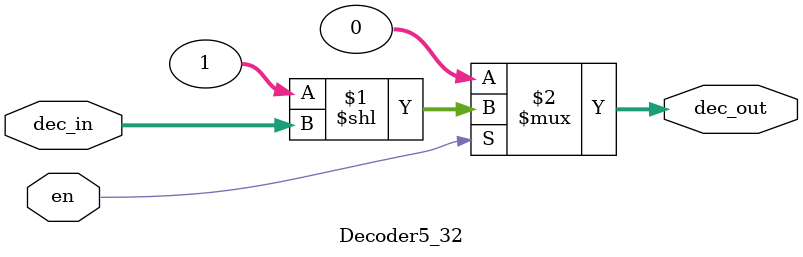
<source format=v>

`timescale 1ns/1ns

module Decoder5_32 (
    input en,
    input [4:0] dec_in, 
    output [31:0] dec_out
);

    assign dec_out = en?(1<<dec_in):0;
endmodule


</source>
